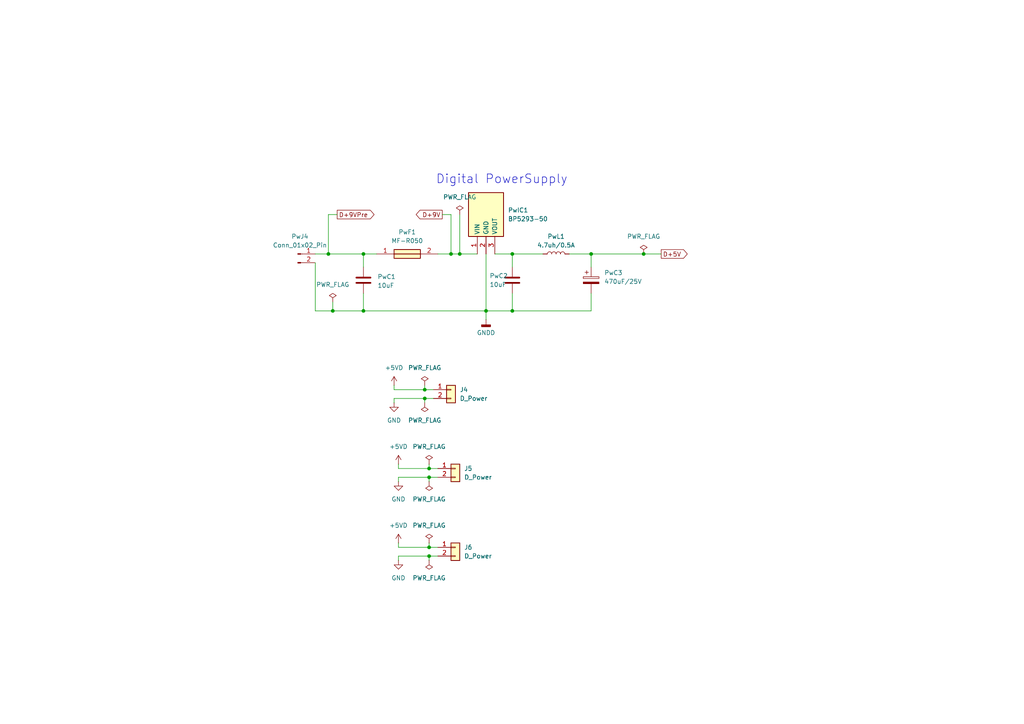
<source format=kicad_sch>
(kicad_sch (version 20231120) (generator "eeschema") (generator_version "8.0")
  (paper "A4")
  (lib_symbols
    (symbol "Connector:Conn_01x02_Pin" (pin_names (offset 1.016) hide)
      (property "Reference" "J" (at 0 2.54 0))
      (property "Value" "Conn_01x02_Pin" (at 0 -5.08 0))
      (symbol "Conn_01x02_Pin_1_1"
        (polyline (pts (xy 1.27 -2.54) (xy 0.8636 -2.54)) (stroke (width 0.1524)))
        (polyline (pts (xy 1.27 0) (xy 0.8636 0)) (stroke (width 0.1524)))
        (rectangle (start 0.8636 -2.413) (end 0 -2.667) (stroke (width 0.1524)) (fill (type outline)))
        (rectangle (start 0.8636 0.127) (end 0 -0.127) (stroke (width 0.1524)) (fill (type outline)))
        (pin passive line (at 5.08 0 180) (length 3.81) (name "Pin_1") (number "1"))
        (pin passive line (at 5.08 -2.54 180) (length 3.81) (name "Pin_2") (number "2"))
      )
    )
    (symbol "Connector_Generic:Conn_01x02" (pin_names (offset 1.016) hide)
      (property "Reference" "J" (at 0 2.54 0))
      (property "Value" "Conn_01x02" (at 0 -5.08 0))
      (symbol "Conn_01x02_1_1"
        (rectangle (start -1.27 -2.413) (end 0 -2.667) (stroke (width 0.1524)))
        (rectangle (start -1.27 0.127) (end 0 -0.127) (stroke (width 0.1524)))
        (rectangle (start -1.27 1.27) (end 1.27 -3.81) (stroke (width 0.254)) (fill (type background)))
        (pin passive line (at -5.08 0 0) (length 3.81) (name "Pin_1") (number "1"))
        (pin passive line (at -5.08 -2.54 0) (length 3.81) (name "Pin_2") (number "2"))
      )
    )
    (symbol "Device:C" (pin_numbers hide) (pin_names (offset 0.254))
      (property "Reference" "C" (at 0.635 2.54 0))
      (property "Value" "C" (at 0.635 -2.54 0))
      (symbol "C_0_1"
        (polyline (pts (xy -2.032 -0.762) (xy 2.032 -0.762)) (stroke (width 0.508)))
        (polyline (pts (xy -2.032 0.762) (xy 2.032 0.762)) (stroke (width 0.508)))
      )
      (symbol "C_1_1"
        (pin passive line (at 0 3.81 270) (length 2.794) (name "~") (number "1"))
        (pin passive line (at 0 -3.81 90) (length 2.794) (name "~") (number "2"))
      )
    )
    (symbol "Device:C_Polarized" (pin_numbers hide) (pin_names (offset 0.254))
      (property "Reference" "C" (at 0.635 2.54 0))
      (property "Value" "C_Polarized" (at 0.635 -2.54 0))
      (symbol "C_Polarized_0_1"
        (rectangle (start -2.286 0.508) (end 2.286 1.016))
        (polyline (pts (xy -1.778 2.286) (xy -0.762 2.286)))
        (polyline (pts (xy -1.27 2.794) (xy -1.27 1.778)))
        (rectangle (start 2.286 -0.508) (end -2.286 -1.016) (fill (type outline)))
      )
      (symbol "C_Polarized_1_1"
        (pin passive line (at 0 3.81 270) (length 2.794) (name "~") (number "1"))
        (pin passive line (at 0 -3.81 90) (length 2.794) (name "~") (number "2"))
      )
    )
    (symbol "Device:L" (pin_numbers hide) (pin_names (offset 1.016) hide)
      (property "Reference" "L" (at -1.27 0 90))
      (property "Value" "L" (at 1.905 0 90))
      (symbol "L_0_1"
        (arc (start 0 -2.54) (mid 0.6323 -1.905) (end 0 -1.27))
        (arc (start 0 -1.27) (mid 0.6323 -0.635) (end 0 0))
        (arc (start 0 0) (mid 0.6323 0.635) (end 0 1.27))
        (arc (start 0 1.27) (mid 0.6323 1.905) (end 0 2.54))
      )
      (symbol "L_1_1"
        (pin passive line (at 0 3.81 270) (length 1.27) (name "1") (number "1"))
        (pin passive line (at 0 -3.81 90) (length 1.27) (name "2") (number "2"))
      )
    )
    (symbol "SamacSys_Parts:BP5293-50"
      (property "Reference" "PS" (at 19.05 7.62 0))
      (property "Value" "BP5293-50" (at 19.05 5.08 0))
      (symbol "BP5293-50_1_1"
        (rectangle (start 5.08 2.54) (end 17.78 -7.62) (stroke (width 0.254)) (fill (type background)))
        (pin passive line (at 0 0 0) (length 5.08) (name "VIN") (number "1"))
        (pin passive line (at 0 -2.54 0) (length 5.08) (name "GND") (number "2"))
        (pin passive line (at 0 -5.08 0) (length 5.08) (name "VOUT") (number "3"))
      )
    )
    (symbol "SamacSys_Parts:MF-R050" (pin_names hide)
      (property "Reference" "F" (at 13.97 6.35 0))
      (property "Value" "MF-R050" (at 13.97 3.81 0))
      (symbol "MF-R050_1_1"
        (polyline (pts (xy 5.08 0) (xy 12.7 0)) (stroke (width 0.254)))
        (rectangle (start 5.08 1.27) (end 12.7 -1.27) (stroke (width 0.254)) (fill (type background)))
        (pin passive line (at 0 0 0) (length 5.08) (name "1") (number "1"))
        (pin passive line (at 17.78 0 180) (length 5.08) (name "2") (number "2"))
      )
    )
    (symbol "power:+5VD" (power) (pin_numbers hide) (pin_names (offset 0) hide)
      (property "Value" "+5VD" (at 0 3.556 0))
      (symbol "+5VD_0_1"
        (polyline (pts (xy -0.762 1.27) (xy 0 2.54)))
        (polyline (pts (xy 0 0) (xy 0 2.54)))
        (polyline (pts (xy 0 2.54) (xy 0.762 1.27)))
      )
      (symbol "+5VD_1_1"
        (pin power_in line (at 0 0 90) (length 0) (name "~") (number "1"))
      )
    )
    (symbol "power:GND" (power) (pin_numbers hide) (pin_names (offset 0) hide)
      (property "Value" "GND" (at 0 -3.81 0))
      (symbol "GND_0_1"
        (polyline (pts (xy 0 0) (xy 0 -1.27) (xy 1.27 -1.27) (xy 0 -2.54) (xy -1.27 -1.27) (xy 0 -1.27)))
      )
      (symbol "GND_1_1"
        (pin power_in line (at 0 0 270) (length 0) (name "~") (number "1"))
      )
    )
    (symbol "power:GNDD" (power) (pin_numbers hide) (pin_names (offset 0) hide)
      (property "Value" "GNDD" (at 0 -3.175 0))
      (symbol "GNDD_0_1"
        (rectangle (start -1.27 -1.524) (end 1.27 -2.032) (stroke (width 0.254)) (fill (type outline)))
        (polyline (pts (xy 0 0) (xy 0 -1.524)))
      )
      (symbol "GNDD_1_1"
        (pin power_in line (at 0 0 270) (length 0) (name "~") (number "1"))
      )
    )
    (symbol "power:PWR_FLAG" (power) (pin_numbers hide) (pin_names (offset 0) hide)
      (property "Value" "PWR_FLAG" (at 0 3.81 0))
      (symbol "PWR_FLAG_0_0"
        (pin power_out line (at 0 0 90) (length 0) (name "~") (number "1"))
      )
      (symbol "PWR_FLAG_0_1"
        (polyline (pts (xy 0 0) (xy 0 1.27) (xy -1.016 1.905) (xy 0 2.54) (xy 1.016 1.905) (xy 0 1.27)))
      )
    )
  )
  (junction (at 148.59 90.17))
  (junction (at 140.97 90.17))
  (junction (at 171.45 73.66))
  (junction (at 96.52 90.17))
  (junction (at 148.59 73.66))
  (junction (at 95.25 73.66))
  (junction (at 105.41 73.66))
  (junction (at 123.19 113.03))
  (junction (at 124.46 161.29))
  (junction (at 133.35 73.66))
  (junction (at 124.46 135.89))
  (junction (at 124.46 158.75))
  (junction (at 186.69 73.66))
  (junction (at 130.81 73.66))
  (junction (at 124.46 138.43))
  (junction (at 123.19 115.57))
  (junction (at 105.41 90.17))
  (wire (pts (xy 148.59 90.17) (xy 171.45 90.17)))
  (wire (pts (xy 123.19 115.57) (xy 114.3 115.57)))
  (wire (pts (xy 91.44 76.2) (xy 91.44 90.17)))
  (wire (pts (xy 97.79 62.23) (xy 95.25 62.23)))
  (wire (pts (xy 128.27 62.23) (xy 130.81 62.23)))
  (wire (pts (xy 127 73.66) (xy 130.81 73.66)))
  (wire (pts (xy 127 158.75) (xy 124.46 158.75)))
  (wire (pts (xy 186.69 73.66) (xy 191.77 73.66)))
  (wire (pts (xy 127 161.29) (xy 124.46 161.29)))
  (wire (pts (xy 148.59 85.09) (xy 148.59 90.17)))
  (wire (pts (xy 95.25 62.23) (xy 95.25 73.66)))
  (wire (pts (xy 143.51 73.66) (xy 148.59 73.66)))
  (wire (pts (xy 124.46 135.89) (xy 115.57 135.89)))
  (wire (pts (xy 125.73 113.03) (xy 123.19 113.03)))
  (wire (pts (xy 171.45 73.66) (xy 186.69 73.66)))
  (wire (pts (xy 114.3 115.57) (xy 114.3 116.84)))
  (wire (pts (xy 148.59 73.66) (xy 148.59 77.47)))
  (wire (pts (xy 123.19 116.84) (xy 123.19 115.57)))
  (wire (pts (xy 133.35 62.23) (xy 133.35 73.66)))
  (wire (pts (xy 91.44 90.17) (xy 96.52 90.17)))
  (wire (pts (xy 130.81 62.23) (xy 130.81 73.66)))
  (wire (pts (xy 140.97 90.17) (xy 148.59 90.17)))
  (wire (pts (xy 115.57 158.75) (xy 115.57 157.48)))
  (wire (pts (xy 115.57 161.29) (xy 115.57 162.56)))
  (wire (pts (xy 148.59 73.66) (xy 157.48 73.66)))
  (wire (pts (xy 105.41 73.66) (xy 109.22 73.66)))
  (wire (pts (xy 171.45 73.66) (xy 165.1 73.66)))
  (wire (pts (xy 124.46 134.62) (xy 124.46 135.89)))
  (wire (pts (xy 105.41 85.09) (xy 105.41 90.17)))
  (wire (pts (xy 133.35 73.66) (xy 138.43 73.66)))
  (wire (pts (xy 171.45 77.47) (xy 171.45 73.66)))
  (wire (pts (xy 105.41 73.66) (xy 105.41 77.47)))
  (wire (pts (xy 96.52 87.63) (xy 96.52 90.17)))
  (wire (pts (xy 140.97 90.17) (xy 140.97 92.71)))
  (wire (pts (xy 124.46 162.56) (xy 124.46 161.29)))
  (wire (pts (xy 123.19 113.03) (xy 114.3 113.03)))
  (wire (pts (xy 91.44 73.66) (xy 95.25 73.66)))
  (wire (pts (xy 115.57 135.89) (xy 115.57 134.62)))
  (wire (pts (xy 124.46 161.29) (xy 115.57 161.29)))
  (wire (pts (xy 105.41 90.17) (xy 140.97 90.17)))
  (wire (pts (xy 171.45 90.17) (xy 171.45 85.09)))
  (wire (pts (xy 123.19 111.76) (xy 123.19 113.03)))
  (wire (pts (xy 114.3 113.03) (xy 114.3 111.76)))
  (wire (pts (xy 127 135.89) (xy 124.46 135.89)))
  (wire (pts (xy 140.97 73.66) (xy 140.97 90.17)))
  (wire (pts (xy 127 138.43) (xy 124.46 138.43)))
  (wire (pts (xy 95.25 73.66) (xy 105.41 73.66)))
  (wire (pts (xy 130.81 73.66) (xy 133.35 73.66)))
  (wire (pts (xy 115.57 138.43) (xy 115.57 139.7)))
  (wire (pts (xy 124.46 157.48) (xy 124.46 158.75)))
  (wire (pts (xy 124.46 139.7) (xy 124.46 138.43)))
  (wire (pts (xy 96.52 90.17) (xy 105.41 90.17)))
  (wire (pts (xy 125.73 115.57) (xy 123.19 115.57)))
  (wire (pts (xy 124.46 138.43) (xy 115.57 138.43)))
  (wire (pts (xy 124.46 158.75) (xy 115.57 158.75)))
  (text "Digital PowerSupply" (at 145.542 52.07 0) (effects (font (size 2.54 2.54))))
  (global_label "D+9VPre" (shape output) (at 97.79 62.23 0) (property "Intersheetrefs" "${INTERSHEET_REFS}" (effects (hide yes))))
  (global_label "D+5V" (shape output) (at 191.77 73.66 0) (property "Intersheetrefs" "${INTERSHEET_REFS}" (effects (hide yes))))
  (global_label "D+9V" (shape output) (at 128.27 62.23 180) (property "Intersheetrefs" "${INTERSHEET_REFS}" (effects (hide yes))))
  (symbol (lib_id "power:PWR_FLAG") (at 133.35 62.23 0) (unit 1)
    (property "Reference" "#FLG04" (effects (hide yes)))
    (property "Value" "PWR_FLAG" (at 133.35 57.15 0))
    (property "Description" "Special symbol for telling ERC where power comes from" (effects (hide yes)))
  )
  (symbol (lib_id "SamacSys_Parts:MF-R050") (at 109.22 73.66 0) (unit 1)
    (property "Reference" "PwF1" (at 118.11 67.31 0))
    (property "Value" "MF-R050" (at 118.11 69.85 0))
    (property "Footprint" "SamacSys_Parts:MFR050" (effects (hide yes)))
    (property "Datasheet" "https://www.bourns.com/pdfs/mfr.pdf" (effects (hide yes)))
    (property "Description" "Bourns 0.5A Hold current, Radial Leaded PCB Mount Resettable Fuse, 60V" (effects (hide yes)))
    (property "Height" "13.7" (effects (hide yes)))
    (property "Manufacturer_Name" "Bourns" (effects (hide yes)))
    (property "Manufacturer_Part_Number" "MF-R050" (effects (hide yes)))
    (property "Mouser Part Number" "652-MFR050" (effects (hide yes)))
    (property "Mouser Price/Stock" "https://www.mouser.co.uk/ProductDetail/Bourns/MF-R050?qs=A6omU7D3gEWzJRzbTsuTwA%3D%3D" (effects (hide yes)))
    (property "Arrow Part Number" "MF-R050" (effects (hide yes)))
    (property "Arrow Price/Stock" "https://www.arrow.com/en/products/mf-r050/bourns?region=europe" (effects (hide yes)))
  )
  (symbol (lib_id "power:GND") (at 114.3 116.84 0) (unit 1)
    (property "Reference" "#PWR017" (effects (hide yes)))
    (property "Value" "GND" (at 114.3 121.92 0))
    (property "Description" "Power symbol creates a global label with name \"GND\" , ground" (effects (hide yes)))
  )
  (symbol (lib_id "power:GND") (at 115.57 162.56 0) (unit 1)
    (property "Reference" "#PWR021" (effects (hide yes)))
    (property "Value" "GND" (at 115.57 167.64 0))
    (property "Description" "Power symbol creates a global label with name \"GND\" , ground" (effects (hide yes)))
  )
  (symbol (lib_id "SamacSys_Parts:BP5293-50") (at 138.43 73.66 90) (unit 1)
    (property "Reference" "PwIC1" (at 147.32 60.9599 90) (effects (justify right)))
    (property "Value" "BP5293-50" (at 147.32 63.4999 90) (effects (justify right)))
    (property "Footprint" "TO254P570X1700X1780-3P" (effects (hide yes)))
    (property "Datasheet" "https://componentsearchengine.com/Datasheets/1/BP5293-50.pdf" (effects (hide yes)))
    (property "Description" "Switching Voltage Regulators 1ch DC/DC Buck Conv 5V Typ Output Volt" (effects (hide yes)))
    (property "Height" "5.7" (effects (hide yes)))
    (property "Manufacturer_Name" "ROHM Semiconductor" (effects (hide yes)))
    (property "Manufacturer_Part_Number" "BP5293-50" (effects (hide yes)))
    (property "Mouser Part Number" "755-BP5293-50" (effects (hide yes)))
    (property "Mouser Price/Stock" "https://www.mouser.co.uk/ProductDetail/ROHM-Semiconductor/BP5293-50?qs=qNnCIBFEAwE%252B35FXtIeyRA%3D%3D" (effects (hide yes)))
  )
  (symbol (lib_id "power:PWR_FLAG") (at 123.19 116.84 180) (unit 1)
    (property "Reference" "#FLG017" (effects (hide yes)))
    (property "Value" "PWR_FLAG" (at 123.19 121.92 0))
    (property "Description" "Special symbol for telling ERC where power comes from" (effects (hide yes)))
  )
  (symbol (lib_id "power:+5VD") (at 115.57 134.62 0) (unit 1)
    (property "Reference" "#PWR018" (effects (hide yes)))
    (property "Value" "+5VD" (at 115.57 129.54 0))
    (property "Description" "Power symbol creates a global label with name \"+5VD\"" (effects (hide yes)))
  )
  (symbol (lib_id "power:GND") (at 115.57 139.7 0) (unit 1)
    (property "Reference" "#PWR019" (effects (hide yes)))
    (property "Value" "GND" (at 115.57 144.78 0))
    (property "Description" "Power symbol creates a global label with name \"GND\" , ground" (effects (hide yes)))
  )
  (symbol (lib_id "power:+5VD") (at 115.57 157.48 0) (unit 1)
    (property "Reference" "#PWR020" (effects (hide yes)))
    (property "Value" "+5VD" (at 115.57 152.4 0))
    (property "Description" "Power symbol creates a global label with name \"+5VD\"" (effects (hide yes)))
  )
  (symbol (lib_id "power:PWR_FLAG") (at 124.46 134.62 0) (unit 1)
    (property "Reference" "#FLG018" (effects (hide yes)))
    (property "Value" "PWR_FLAG" (at 124.46 129.54 0))
    (property "Description" "Special symbol for telling ERC where power comes from" (effects (hide yes)))
  )
  (symbol (lib_id "Connector_Generic:Conn_01x02") (at 132.08 135.89 0) (unit 1)
    (property "Reference" "J5" (at 134.62 135.8899 0) (effects (justify left)))
    (property "Value" "D_Power" (at 134.62 138.4299 0) (effects (justify left)))
    (property "Footprint" "Connector_PinSocket_2.54mm:PinSocket_1x02_P2.54mm_Vertical" (effects (hide yes)))
    (property "Description" "Generic connector, single row, 01x02, script generated (kicad-library-utils/schlib/autogen/connector/)" (effects (hide yes)))
  )
  (symbol (lib_id "Device:C") (at 105.41 81.28 0) (unit 1)
    (property "Reference" "PwC1" (at 109.474 80.264 0) (effects (justify left)))
    (property "Value" "10uF" (at 109.474 82.804 0) (effects (justify left)))
    (property "Footprint" "Capacitor_THT:C_Disc_D5.1mm_W3.2mm_P5.00mm" (effects (hide yes)))
    (property "Description" "Unpolarized capacitor" (effects (hide yes)))
  )
  (symbol (lib_id "power:PWR_FLAG") (at 124.46 139.7 180) (unit 1)
    (property "Reference" "#FLG019" (effects (hide yes)))
    (property "Value" "PWR_FLAG" (at 124.46 144.78 0))
    (property "Description" "Special symbol for telling ERC where power comes from" (effects (hide yes)))
  )
  (symbol (lib_id "power:+5VD") (at 114.3 111.76 0) (unit 1)
    (property "Reference" "#PWR016" (effects (hide yes)))
    (property "Value" "+5VD" (at 114.3 106.68 0))
    (property "Description" "Power symbol creates a global label with name \"+5VD\"" (effects (hide yes)))
  )
  (symbol (lib_id "Connector_Generic:Conn_01x02") (at 132.08 158.75 0) (unit 1)
    (property "Reference" "J6" (at 134.62 158.7499 0) (effects (justify left)))
    (property "Value" "D_Power" (at 134.62 161.2899 0) (effects (justify left)))
    (property "Footprint" "Connector_PinSocket_2.54mm:PinSocket_1x02_P2.54mm_Vertical" (effects (hide yes)))
    (property "Description" "Generic connector, single row, 01x02, script generated (kicad-library-utils/schlib/autogen/connector/)" (effects (hide yes)))
  )
  (symbol (lib_id "power:PWR_FLAG") (at 124.46 157.48 0) (unit 1)
    (property "Reference" "#FLG020" (effects (hide yes)))
    (property "Value" "PWR_FLAG" (at 124.46 152.4 0))
    (property "Description" "Special symbol for telling ERC where power comes from" (effects (hide yes)))
  )
  (symbol (lib_id "power:GNDD") (at 140.97 92.71 0) (unit 1)
    (property "Reference" "#PWR01" (effects (hide yes)))
    (property "Value" "GNDD" (at 140.97 96.52 0))
    (property "Description" "Power symbol creates a global label with name \"GNDD\" , digital ground" (effects (hide yes)))
  )
  (symbol (lib_id "Device:C_Polarized") (at 171.45 81.28 0) (unit 1)
    (property "Reference" "PwC3" (at 175.26 79.1209 0) (effects (justify left)))
    (property "Value" "470uF/25V" (at 175.26 81.6609 0) (effects (justify left)))
    (property "Footprint" "Capacitor_THT:CP_Radial_D5.0mm_P2.50mm" (effects (hide yes)))
    (property "Description" "Polarized capacitor" (effects (hide yes)))
  )
  (symbol (lib_id "power:PWR_FLAG") (at 186.69 73.66 0) (unit 1)
    (property "Reference" "#FLG05" (effects (hide yes)))
    (property "Value" "PWR_FLAG" (at 186.69 68.58 0))
    (property "Description" "Special symbol for telling ERC where power comes from" (effects (hide yes)))
  )
  (symbol (lib_id "Device:C") (at 148.59 81.28 0) (unit 1)
    (property "Reference" "PwC2" (at 141.986 80.01 0) (effects (justify left)))
    (property "Value" "10uF" (at 141.986 82.55 0) (effects (justify left)))
    (property "Footprint" "Capacitor_THT:C_Disc_D5.1mm_W3.2mm_P5.00mm" (effects (hide yes)))
    (property "Description" "Unpolarized capacitor" (effects (hide yes)))
  )
  (symbol (lib_id "power:PWR_FLAG") (at 96.52 87.63 0) (unit 1)
    (property "Reference" "#FLG03" (effects (hide yes)))
    (property "Value" "PWR_FLAG" (at 96.52 82.55 0))
    (property "Description" "Special symbol for telling ERC where power comes from" (effects (hide yes)))
  )
  (symbol (lib_id "Connector:Conn_01x02_Pin") (at 86.36 73.66 0) (unit 1)
    (property "Reference" "PwJ4" (at 86.995 68.58 0))
    (property "Value" "Conn_01x02_Pin" (at 86.995 71.12 0))
    (property "Footprint" "Connector_PinHeader_2.54mm:PinHeader_1x02_P2.54mm_Vertical" (effects (hide yes)))
    (property "Description" "Generic connector, single row, 01x02, script generated" (effects (hide yes)))
  )
  (symbol (lib_id "power:PWR_FLAG") (at 123.19 111.76 0) (unit 1)
    (property "Reference" "#FLG016" (effects (hide yes)))
    (property "Value" "PWR_FLAG" (at 123.19 106.68 0))
    (property "Description" "Special symbol for telling ERC where power comes from" (effects (hide yes)))
  )
  (symbol (lib_id "power:PWR_FLAG") (at 124.46 162.56 180) (unit 1)
    (property "Reference" "#FLG021" (effects (hide yes)))
    (property "Value" "PWR_FLAG" (at 124.46 167.64 0))
    (property "Description" "Special symbol for telling ERC where power comes from" (effects (hide yes)))
  )
  (symbol (lib_id "Device:L") (at 161.29 73.66 90) (unit 1)
    (property "Reference" "PwL1" (at 161.29 68.58 90))
    (property "Value" "4.7uh/0.5A" (at 161.29 71.12 90))
    (property "Footprint" "Resistor_THT:R_Axial_DIN0207_L6.3mm_D2.5mm_P7.62mm_Horizontal" (effects (hide yes)))
    (property "Description" "Inductor" (effects (hide yes)))
  )
  (symbol (lib_id "Connector_Generic:Conn_01x02") (at 130.81 113.03 0) (unit 1)
    (property "Reference" "J4" (at 133.35 113.0299 0) (effects (justify left)))
    (property "Value" "D_Power" (at 133.35 115.5699 0) (effects (justify left)))
    (property "Footprint" "Connector_PinSocket_2.54mm:PinSocket_1x02_P2.54mm_Vertical" (effects (hide yes)))
    (property "Description" "Generic connector, single row, 01x02, script generated (kicad-library-utils/schlib/autogen/connector/)" (effects (hide yes)))
  )
)
</source>
